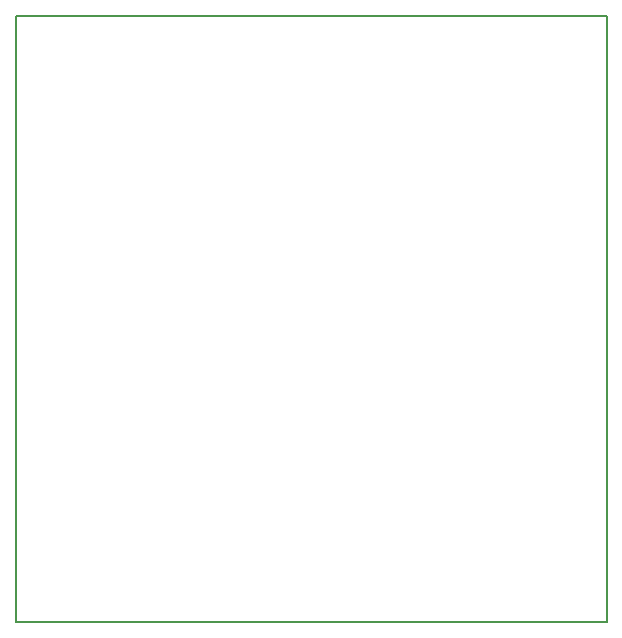
<source format=gko>
G04*
G04 #@! TF.GenerationSoftware,Altium Limited,Altium Designer,22.1.2 (22)*
G04*
G04 Layer_Color=16711935*
%FSTAX24Y24*%
%MOIN*%
G70*
G04*
G04 #@! TF.SameCoordinates,360A1761-899D-4A34-B866-C5D0D12458BF*
G04*
G04*
G04 #@! TF.FilePolarity,Positive*
G04*
G01*
G75*
%ADD13C,0.0050*%
D13*
X01Y0302D02*
X0297D01*
X01Y01D02*
Y0302D01*
Y01D02*
X0297D01*
Y0302D01*
M02*

</source>
